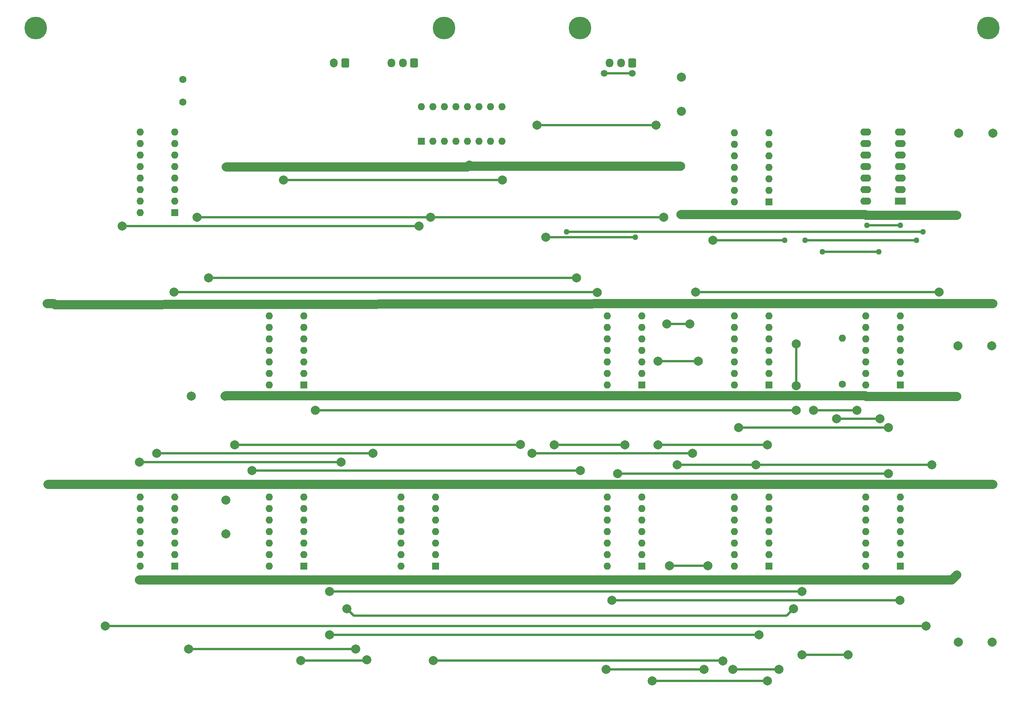
<source format=gbr>
%TF.GenerationSoftware,KiCad,Pcbnew,(6.0.4-0)*%
%TF.CreationDate,2024-04-14T15:40:16+10:00*%
%TF.ProjectId,PC and ADDER 74LS74 MOD,50432061-6e64-4204-9144-444552203734,rev?*%
%TF.SameCoordinates,Original*%
%TF.FileFunction,Copper,L1,Top*%
%TF.FilePolarity,Positive*%
%FSLAX46Y46*%
G04 Gerber Fmt 4.6, Leading zero omitted, Abs format (unit mm)*
G04 Created by KiCad (PCBNEW (6.0.4-0)) date 2024-04-14 15:40:16*
%MOMM*%
%LPD*%
G01*
G04 APERTURE LIST*
G04 Aperture macros list*
%AMRoundRect*
0 Rectangle with rounded corners*
0 $1 Rounding radius*
0 $2 $3 $4 $5 $6 $7 $8 $9 X,Y pos of 4 corners*
0 Add a 4 corners polygon primitive as box body*
4,1,4,$2,$3,$4,$5,$6,$7,$8,$9,$2,$3,0*
0 Add four circle primitives for the rounded corners*
1,1,$1+$1,$2,$3*
1,1,$1+$1,$4,$5*
1,1,$1+$1,$6,$7*
1,1,$1+$1,$8,$9*
0 Add four rect primitives between the rounded corners*
20,1,$1+$1,$2,$3,$4,$5,0*
20,1,$1+$1,$4,$5,$6,$7,0*
20,1,$1+$1,$6,$7,$8,$9,0*
20,1,$1+$1,$8,$9,$2,$3,0*%
G04 Aperture macros list end*
%TA.AperFunction,ComponentPad*%
%ADD10R,1.600000X1.600000*%
%TD*%
%TA.AperFunction,ComponentPad*%
%ADD11O,1.600000X1.600000*%
%TD*%
%TA.AperFunction,ComponentPad*%
%ADD12C,1.600000*%
%TD*%
%TA.AperFunction,ComponentPad*%
%ADD13C,5.000000*%
%TD*%
%TA.AperFunction,ComponentPad*%
%ADD14RoundRect,0.250000X0.600000X0.725000X-0.600000X0.725000X-0.600000X-0.725000X0.600000X-0.725000X0*%
%TD*%
%TA.AperFunction,ComponentPad*%
%ADD15O,1.700000X1.950000*%
%TD*%
%TA.AperFunction,ComponentPad*%
%ADD16C,2.000000*%
%TD*%
%TA.AperFunction,ComponentPad*%
%ADD17RoundRect,0.250000X0.600000X0.750000X-0.600000X0.750000X-0.600000X-0.750000X0.600000X-0.750000X0*%
%TD*%
%TA.AperFunction,ComponentPad*%
%ADD18O,1.700000X2.000000*%
%TD*%
%TA.AperFunction,ComponentPad*%
%ADD19R,2.400000X1.600000*%
%TD*%
%TA.AperFunction,ComponentPad*%
%ADD20O,2.400000X1.600000*%
%TD*%
%TA.AperFunction,ViaPad*%
%ADD21C,2.000000*%
%TD*%
%TA.AperFunction,ViaPad*%
%ADD22C,1.270000*%
%TD*%
%TA.AperFunction,ViaPad*%
%ADD23C,1.500000*%
%TD*%
%TA.AperFunction,Conductor*%
%ADD24C,2.000000*%
%TD*%
%TA.AperFunction,Conductor*%
%ADD25C,0.500000*%
%TD*%
G04 APERTURE END LIST*
D10*
%TO.P,U5,1*%
%TO.N,Net-(U10-Pad6)*%
X99120000Y-101740000D03*
D11*
%TO.P,U5,2*%
%TO.N,Net-(U10-Pad11)*%
X99120000Y-99200000D03*
%TO.P,U5,3*%
%TO.N,~{IOT.SKP}*%
X99120000Y-96660000D03*
%TO.P,U5,4*%
%TO.N,Net-(U11-Pad3)*%
X99120000Y-94120000D03*
%TO.P,U5,5*%
%TO.N,Net-(U11-Pad6)*%
X99120000Y-91580000D03*
%TO.P,U5,6*%
%TO.N,Net-(U10-Pad4)*%
X99120000Y-89040000D03*
%TO.P,U5,7,GND*%
%TO.N,GND*%
X99120000Y-86500000D03*
%TO.P,U5,8*%
%TO.N,Net-(U10-Pad9)*%
X91500000Y-86500000D03*
%TO.P,U5,9*%
%TO.N,~{IAC}*%
X91500000Y-89040000D03*
%TO.P,U5,10*%
%TO.N,~{ISZ}*%
X91500000Y-91580000D03*
%TO.P,U5,11*%
%TO.N,~{F+D+E}*%
X91500000Y-94120000D03*
%TO.P,U5,12*%
%TO.N,SET_CARRY_FLAG*%
X91500000Y-96660000D03*
%TO.P,U5,13*%
%TO.N,Net-(U10-Pad8)*%
X91500000Y-99200000D03*
%TO.P,U5,14,VCC*%
%TO.N,+5V*%
X91500000Y-101740000D03*
%TD*%
D10*
%TO.P,U6,1*%
%TO.N,~{T2-9.ISZ}*%
X173620000Y-101740000D03*
D11*
%TO.P,U6,2*%
%TO.N,Net-(U12-Pad4)*%
X173620000Y-99200000D03*
%TO.P,U6,3*%
%TO.N,Net-(U6-Pad3)*%
X173620000Y-96660000D03*
%TO.P,U6,4*%
%TO.N,~{T14-21.SKP}*%
X173620000Y-94120000D03*
%TO.P,U6,5*%
%TO.N,~{T14-21(JMP+JMS})*%
X173620000Y-91580000D03*
%TO.P,U6,6*%
%TO.N,Net-(U12-Pad5)*%
X173620000Y-89040000D03*
%TO.P,U6,7,GND*%
%TO.N,GND*%
X173620000Y-86500000D03*
%TO.P,U6,8*%
%TO.N,~{T2-9.JMS}*%
X166000000Y-86500000D03*
%TO.P,U6,9*%
%TO.N,T2-9*%
X166000000Y-89040000D03*
%TO.P,U6,10*%
%TO.N,Net-(U6-Pad10)*%
X166000000Y-91580000D03*
%TO.P,U6,11*%
%TO.N,~{T2-9.TAD}*%
X166000000Y-94120000D03*
%TO.P,U6,12*%
%TO.N,T2-9*%
X166000000Y-96660000D03*
%TO.P,U6,13*%
%TO.N,Net-(U6-Pad13)*%
X166000000Y-99200000D03*
%TO.P,U6,14,VCC*%
%TO.N,+5V*%
X166000000Y-101740000D03*
%TD*%
D10*
%TO.P,U9,1*%
%TO.N,~{SMA}*%
X70620000Y-141740000D03*
D11*
%TO.P,U9,2*%
%TO.N,Net-(U11-Pad1)*%
X70620000Y-139200000D03*
%TO.P,U9,3*%
%TO.N,~{SZA}*%
X70620000Y-136660000D03*
%TO.P,U9,4*%
%TO.N,Net-(U11-Pad5)*%
X70620000Y-134120000D03*
%TO.P,U9,5*%
%TO.N,~{TAD}*%
X70620000Y-131580000D03*
%TO.P,U9,6*%
%TO.N,Net-(U6-Pad13)*%
X70620000Y-129040000D03*
%TO.P,U9,7,GND*%
%TO.N,GND*%
X70620000Y-126500000D03*
%TO.P,U9,8*%
%TO.N,Net-(U10-Pad2)*%
X63000000Y-126500000D03*
%TO.P,U9,9*%
%TO.N,~{RAR}*%
X63000000Y-129040000D03*
%TO.P,U9,10*%
%TO.N,Net-(U6-Pad10)*%
X63000000Y-131580000D03*
%TO.P,U9,11*%
%TO.N,~{JMS}*%
X63000000Y-134120000D03*
%TO.P,U9,12*%
%TO.N,Net-(U11-Pad10)*%
X63000000Y-136660000D03*
%TO.P,U9,13*%
%TO.N,~{ISZ}*%
X63000000Y-139200000D03*
%TO.P,U9,14,VCC*%
%TO.N,+5V*%
X63000000Y-141740000D03*
%TD*%
D10*
%TO.P,U10,1*%
%TO.N,T13*%
X99120000Y-141740000D03*
D11*
%TO.P,U10,2*%
%TO.N,Net-(U10-Pad2)*%
X99120000Y-139200000D03*
%TO.P,U10,3*%
%TO.N,~{T13.RAR}*%
X99120000Y-136660000D03*
%TO.P,U10,4*%
%TO.N,Net-(U10-Pad4)*%
X99120000Y-134120000D03*
%TO.P,U10,5*%
%TO.N,T13*%
X99120000Y-131580000D03*
%TO.P,U10,6*%
%TO.N,Net-(U10-Pad6)*%
X99120000Y-129040000D03*
%TO.P,U10,7,GND*%
%TO.N,GND*%
X99120000Y-126500000D03*
%TO.P,U10,8*%
%TO.N,Net-(U10-Pad8)*%
X91500000Y-126500000D03*
%TO.P,U10,9*%
%TO.N,Net-(U10-Pad9)*%
X91500000Y-129040000D03*
%TO.P,U10,10*%
%TO.N,T1*%
X91500000Y-131580000D03*
%TO.P,U10,11*%
%TO.N,Net-(U10-Pad11)*%
X91500000Y-134120000D03*
%TO.P,U10,12*%
%TO.N,T13*%
X91500000Y-136660000D03*
%TO.P,U10,13*%
%TO.N,Net-(U10-Pad13)*%
X91500000Y-139200000D03*
%TO.P,U10,14,VCC*%
%TO.N,+5V*%
X91500000Y-141740000D03*
%TD*%
D10*
%TO.P,U11,1*%
%TO.N,Net-(U11-Pad1)*%
X128120000Y-141740000D03*
D11*
%TO.P,U11,2*%
%TO.N,AC=-VE*%
X128120000Y-139200000D03*
%TO.P,U11,3*%
%TO.N,Net-(U11-Pad3)*%
X128120000Y-136660000D03*
%TO.P,U11,4*%
%TO.N,AC=0*%
X128120000Y-134120000D03*
%TO.P,U11,5*%
%TO.N,Net-(U11-Pad5)*%
X128120000Y-131580000D03*
%TO.P,U11,6*%
%TO.N,Net-(U11-Pad6)*%
X128120000Y-129040000D03*
%TO.P,U11,7,GND*%
%TO.N,GND*%
X128120000Y-126500000D03*
%TO.P,U11,8*%
%TO.N,Net-(U11-Pad12)*%
X120500000Y-126500000D03*
%TO.P,U11,9*%
%TO.N,MB=0*%
X120500000Y-129040000D03*
%TO.P,U11,10*%
%TO.N,Net-(U11-Pad10)*%
X120500000Y-131580000D03*
%TO.P,U11,11*%
%TO.N,Net-(U10-Pad13)*%
X120500000Y-134120000D03*
%TO.P,U11,12*%
%TO.N,Net-(U11-Pad12)*%
X120500000Y-136660000D03*
%TO.P,U11,13*%
%TO.N,~{JMS}*%
X120500000Y-139200000D03*
%TO.P,U11,14,VCC*%
%TO.N,+5V*%
X120500000Y-141740000D03*
%TD*%
D10*
%TO.P,U12,1*%
%TO.N,~{T2-9.ISZ}*%
X173620000Y-141740000D03*
D11*
%TO.P,U12,2*%
%TO.N,T2-9.ISZ*%
X173620000Y-139200000D03*
%TO.P,U12,3*%
%TO.N,X1*%
X173620000Y-136660000D03*
%TO.P,U12,4*%
%TO.N,Net-(U12-Pad4)*%
X173620000Y-134120000D03*
%TO.P,U12,5*%
%TO.N,Net-(U12-Pad5)*%
X173620000Y-131580000D03*
%TO.P,U12,6*%
%TO.N,Net-(U12-Pad6)*%
X173620000Y-129040000D03*
%TO.P,U12,7,GND*%
%TO.N,GND*%
X173620000Y-126500000D03*
%TO.P,U12,8*%
%TO.N,/~{SET_CARRY_FLAG}*%
X166000000Y-126500000D03*
%TO.P,U12,9*%
%TO.N,SET_CARRY_FLAG*%
X166000000Y-129040000D03*
%TO.P,U12,10*%
%TO.N,unconnected-(U12-Pad10)*%
X166000000Y-131580000D03*
%TO.P,U12,11*%
%TO.N,~{T14-21(JMP+JMS})*%
X166000000Y-134120000D03*
%TO.P,U12,12*%
%TO.N,Net-(U12-Pad12)*%
X166000000Y-136660000D03*
%TO.P,U12,13*%
%TO.N,~{T14-21.SKP}*%
X166000000Y-139200000D03*
%TO.P,U12,14,VCC*%
%TO.N,+5V*%
X166000000Y-141740000D03*
%TD*%
D10*
%TO.P,U13,1*%
%TO.N,~{T2-9(F+D+E})*%
X201620000Y-141740000D03*
D11*
%TO.P,U13,2*%
%TO.N,~{T2-9(TAD+IAC+CMA})*%
X201620000Y-139200000D03*
%TO.P,U13,3*%
%TO.N,N/C*%
X201620000Y-136660000D03*
%TO.P,U13,4*%
%TO.N,~{T13.RAR}*%
X201620000Y-134120000D03*
%TO.P,U13,5*%
%TO.N,Net-(U12-Pad6)*%
X201620000Y-131580000D03*
%TO.P,U13,6*%
%TO.N,X1*%
X201620000Y-129040000D03*
%TO.P,U13,7,GND*%
%TO.N,GND*%
X201620000Y-126500000D03*
%TO.P,U13,8*%
%TO.N,Net-(U13-Pad8)*%
X194000000Y-126500000D03*
%TO.P,U13,9*%
%TO.N,~{T13.RAR}*%
X194000000Y-129040000D03*
%TO.P,U13,10*%
%TO.N,~{T14-21.SKP}*%
X194000000Y-131580000D03*
%TO.P,U13,11*%
%TO.N,N/C*%
X194000000Y-134120000D03*
%TO.P,U13,12*%
%TO.N,~{T2-9.ISZ}*%
X194000000Y-136660000D03*
%TO.P,U13,13*%
%TO.N,~{T2-9(TAD+IAC+CMA})*%
X194000000Y-139200000D03*
%TO.P,U13,14,VCC*%
%TO.N,+5V*%
X194000000Y-141740000D03*
%TD*%
D10*
%TO.P,U14,1*%
%TO.N,A-BUS*%
X230620000Y-141740000D03*
D11*
%TO.P,U14,2*%
%TO.N,X1*%
X230620000Y-139200000D03*
%TO.P,U14,3*%
%TO.N,SUM*%
X230620000Y-136660000D03*
%TO.P,U14,4*%
%TO.N,C-BUS*%
X230620000Y-134120000D03*
%TO.P,U14,5*%
%TO.N,T2-9.ISZ*%
X230620000Y-131580000D03*
%TO.P,U14,6*%
%TO.N,SUM*%
X230620000Y-129040000D03*
%TO.P,U14,7,GND*%
%TO.N,GND*%
X230620000Y-126500000D03*
%TO.P,U14,8*%
%TO.N,Net-(U14-Pad8)*%
X223000000Y-126500000D03*
%TO.P,U14,9*%
%TO.N,PC0*%
X223000000Y-129040000D03*
%TO.P,U14,10*%
%TO.N,C-BUS*%
X223000000Y-131580000D03*
%TO.P,U14,11*%
%TO.N,PC0*%
X223000000Y-134120000D03*
%TO.P,U14,12*%
%TO.N,Net-(U12-Pad12)*%
X223000000Y-136660000D03*
%TO.P,U14,13*%
%TO.N,B-BUS*%
X223000000Y-139200000D03*
%TO.P,U14,14,VCC*%
%TO.N,+5V*%
X223000000Y-141740000D03*
%TD*%
D10*
%TO.P,U1,1,CLK*%
%TO.N,CLK*%
X70620000Y-63780000D03*
D11*
%TO.P,U1,2,A*%
%TO.N,SR4*%
X70620000Y-61240000D03*
%TO.P,U1,3,B*%
%TO.N,SR3*%
X70620000Y-58700000D03*
%TO.P,U1,4,C*%
%TO.N,SR2*%
X70620000Y-56160000D03*
%TO.P,U1,5,VCC*%
%TO.N,+5V*%
X70620000Y-53620000D03*
%TO.P,U1,6,D*%
%TO.N,SR1*%
X70620000Y-51080000D03*
%TO.P,U1,7,E*%
%TO.N,SR0*%
X70620000Y-48540000D03*
%TO.P,U1,8,PRE*%
%TO.N,LA2*%
X70620000Y-46000000D03*
%TO.P,U1,9,SER*%
%TO.N,PC5*%
X63000000Y-46000000D03*
%TO.P,U1,10,QE*%
%TO.N,PC0*%
X63000000Y-48540000D03*
%TO.P,U1,11,QD*%
%TO.N,PC1*%
X63000000Y-51080000D03*
%TO.P,U1,12,GND*%
%TO.N,GND*%
X63000000Y-53620000D03*
%TO.P,U1,13,QC*%
%TO.N,PC2*%
X63000000Y-56160000D03*
%TO.P,U1,14,QB*%
%TO.N,PC3*%
X63000000Y-58700000D03*
%TO.P,U1,15,QA*%
%TO.N,PC4*%
X63000000Y-61240000D03*
%TO.P,U1,16,~{CLR}*%
%TO.N,~{LA1}*%
X63000000Y-63780000D03*
%TD*%
D10*
%TO.P,U2,1,CLK*%
%TO.N,CLK*%
X125000000Y-48000000D03*
D11*
%TO.P,U2,2,A*%
%TO.N,SR7*%
X127540000Y-48000000D03*
%TO.P,U2,3,B*%
%TO.N,SR6*%
X130080000Y-48000000D03*
%TO.P,U2,4,C*%
%TO.N,SR5*%
X132620000Y-48000000D03*
%TO.P,U2,5,VCC*%
%TO.N,+5V*%
X135160000Y-48000000D03*
%TO.P,U2,6,D*%
%TO.N,GND*%
X137700000Y-48000000D03*
%TO.P,U2,7,E*%
X140240000Y-48000000D03*
%TO.P,U2,8,PRE*%
%TO.N,LA2*%
X142780000Y-48000000D03*
%TO.P,U2,9,SER*%
%TO.N,/~{A-BUS}*%
X142780000Y-40380000D03*
%TO.P,U2,10,QE*%
%TO.N,unconnected-(U2-Pad10)*%
X140240000Y-40380000D03*
%TO.P,U2,11,QD*%
%TO.N,unconnected-(U2-Pad11)*%
X137700000Y-40380000D03*
%TO.P,U2,12,GND*%
%TO.N,GND*%
X135160000Y-40380000D03*
%TO.P,U2,13,QC*%
%TO.N,PC5*%
X132620000Y-40380000D03*
%TO.P,U2,14,QB*%
%TO.N,PC6*%
X130080000Y-40380000D03*
%TO.P,U2,15,QA*%
%TO.N,PC7*%
X127540000Y-40380000D03*
%TO.P,U2,16,~{CLR}*%
%TO.N,~{LA1}*%
X125000000Y-40380000D03*
%TD*%
D10*
%TO.P,U7,1*%
%TO.N,Net-(U6-Pad3)*%
X201620000Y-101740000D03*
D11*
%TO.P,U7,2*%
%TO.N,MCP*%
X201620000Y-99200000D03*
%TO.P,U7,3*%
%TO.N,Net-(U7-Pad3)*%
X201620000Y-96660000D03*
%TO.P,U7,4*%
%TO.N,MCP*%
X201620000Y-94120000D03*
%TO.P,U7,5*%
%TO.N,Net-(U3-Pad8)*%
X201620000Y-91580000D03*
%TO.P,U7,6*%
%TO.N,CLK*%
X201620000Y-89040000D03*
%TO.P,U7,7,GND*%
%TO.N,GND*%
X201620000Y-86500000D03*
%TO.P,U7,8*%
%TO.N,N/C*%
X194000000Y-86500000D03*
%TO.P,U7,9*%
X194000000Y-89040000D03*
%TO.P,U7,10*%
X194000000Y-91580000D03*
%TO.P,U7,11*%
%TO.N,/~{A-BUS}*%
X194000000Y-94120000D03*
%TO.P,U7,12*%
%TO.N,A-BUS*%
X194000000Y-96660000D03*
%TO.P,U7,13*%
X194000000Y-99200000D03*
%TO.P,U7,14,VCC*%
%TO.N,+5V*%
X194000000Y-101740000D03*
%TD*%
D12*
%TO.P,R2,1*%
%TO.N,+5V*%
X217805000Y-101600000D03*
D11*
%TO.P,R2,2*%
%TO.N,Net-(R2-Pad2)*%
X217805000Y-91440000D03*
%TD*%
D10*
%TO.P,U8,1,\u002AB*%
%TO.N,unconnected-(U8-Pad1)*%
X230620000Y-101740000D03*
D11*
%TO.P,U8,2,BC*%
%TO.N,Net-(U3-Pad6)*%
X230620000Y-99200000D03*
%TO.P,U8,3,CN*%
%TO.N,Net-(U8-Pad3)*%
X230620000Y-96660000D03*
%TO.P,U8,4,~{C}N+1*%
%TO.N,Net-(U8-Pad4)*%
X230620000Y-94120000D03*
%TO.P,U8,5,~{SUM}*%
%TO.N,unconnected-(U8-Pad5)*%
X230620000Y-91580000D03*
%TO.P,U8,6,SUM*%
%TO.N,SUM*%
X230620000Y-89040000D03*
%TO.P,U8,7,GND*%
%TO.N,GND*%
X230620000Y-86500000D03*
%TO.P,U8,8,A1*%
%TO.N,B-BUS*%
X223000000Y-86500000D03*
%TO.P,U8,9,A2*%
%TO.N,Net-(R2-Pad2)*%
X223000000Y-89040000D03*
%TO.P,U8,10,\u002AA*%
%TO.N,unconnected-(U8-Pad10)*%
X223000000Y-91580000D03*
%TO.P,U8,11,AC*%
%TO.N,Net-(U13-Pad8)*%
X223000000Y-94120000D03*
%TO.P,U8,12,B1*%
%TO.N,Net-(R2-Pad2)*%
X223000000Y-96660000D03*
%TO.P,U8,13,B2*%
%TO.N,C-BUS*%
X223000000Y-99200000D03*
%TO.P,U8,14,VCC*%
%TO.N,+5V*%
X223000000Y-101740000D03*
%TD*%
D12*
%TO.P,C5,1*%
%TO.N,+5V*%
X72390000Y-39370000D03*
%TO.P,C5,2*%
%TO.N,GND*%
X72390000Y-34370000D03*
%TD*%
D10*
%TO.P,U3,1*%
%TO.N,~{T2-9.JMS}*%
X201620000Y-61340000D03*
D11*
%TO.P,U3,2*%
%TO.N,~{T2-9(F+D+E})*%
X201620000Y-58800000D03*
%TO.P,U3,3*%
%TO.N,~{T2-9.TAD}*%
X201620000Y-56260000D03*
%TO.P,U3,4*%
%TO.N,~{T2-9(F+D+E})*%
X201620000Y-53720000D03*
%TO.P,U3,5*%
%TO.N,~{T14-21(JMP+JMS})*%
X201620000Y-51180000D03*
%TO.P,U3,6*%
%TO.N,Net-(U3-Pad6)*%
X201620000Y-48640000D03*
%TO.P,U3,7,GND*%
%TO.N,GND*%
X201620000Y-46100000D03*
%TO.P,U3,8*%
%TO.N,Net-(U3-Pad8)*%
X194000000Y-46100000D03*
%TO.P,U3,9*%
%TO.N,~{T2-9.JMS}*%
X194000000Y-48640000D03*
%TO.P,U3,10*%
%TO.N,Net-(U12-Pad6)*%
X194000000Y-51180000D03*
%TO.P,U3,11*%
%TO.N,~{T2-9(F+D+E})*%
X194000000Y-53720000D03*
%TO.P,U3,12*%
%TO.N,Net-(U14-Pad8)*%
X194000000Y-56260000D03*
%TO.P,U3,13*%
%TO.N,~{T2-9.JMS}*%
X194000000Y-58800000D03*
%TO.P,U3,14,VCC*%
%TO.N,+5V*%
X194000000Y-61340000D03*
%TD*%
D13*
%TO.P,H1,1,GND*%
%TO.N,GND*%
X40000000Y-23000000D03*
X130000000Y-23000000D03*
%TD*%
%TO.P,H2,1,GND*%
%TO.N,GND*%
X160000000Y-23000000D03*
X250000000Y-23000000D03*
%TD*%
D14*
%TO.P,J3,1,Pin_1*%
%TO.N,PC5*%
X123400000Y-30700000D03*
D15*
%TO.P,J3,2,Pin_2*%
%TO.N,PC6*%
X120900000Y-30700000D03*
%TO.P,J3,3,Pin_3*%
%TO.N,~{PC7}*%
X118400000Y-30700000D03*
%TD*%
D16*
%TO.P,C1,1*%
%TO.N,+5V*%
X81900000Y-134650000D03*
%TO.P,C1,2*%
%TO.N,GND*%
X81900000Y-127150000D03*
%TD*%
%TO.P,C3,1*%
%TO.N,+5V*%
X81750000Y-104200000D03*
%TO.P,C3,2*%
%TO.N,GND*%
X74250000Y-104200000D03*
%TD*%
%TO.P,C5,1*%
%TO.N,+5V*%
X243250000Y-93100000D03*
%TO.P,C5,2*%
%TO.N,GND*%
X250750000Y-93100000D03*
%TD*%
%TO.P,C4,1*%
%TO.N,+5V*%
X182300000Y-41350000D03*
%TO.P,C4,2*%
%TO.N,GND*%
X182300000Y-33850000D03*
%TD*%
D17*
%TO.P,J4,1,Pin_1*%
%TO.N,~{PC7}*%
X108200000Y-30700000D03*
D18*
%TO.P,J4,2,Pin_2*%
%TO.N,PC7*%
X105700000Y-30700000D03*
%TD*%
D16*
%TO.P,C2,1*%
%TO.N,+5V*%
X243450000Y-46200000D03*
%TO.P,C2,2*%
%TO.N,GND*%
X250950000Y-46200000D03*
%TD*%
%TO.P,C6,1*%
%TO.N,+5V*%
X243350000Y-158500000D03*
%TO.P,C6,2*%
%TO.N,GND*%
X250850000Y-158500000D03*
%TD*%
D14*
%TO.P,J2,1,Pin_1*%
%TO.N,SR5*%
X171500000Y-30750000D03*
D15*
%TO.P,J2,2,Pin_2*%
%TO.N,SR6*%
X169000000Y-30750000D03*
%TO.P,J2,3,Pin_3*%
%TO.N,SR7*%
X166500000Y-30750000D03*
%TD*%
D19*
%TO.P,U4,1,~{R}*%
%TO.N,~{T0+T12}*%
X230625000Y-61225000D03*
D20*
%TO.P,U4,2,D*%
%TO.N,Net-(U8-Pad4)*%
X230625000Y-58685000D03*
%TO.P,U4,3,C*%
%TO.N,Net-(U7-Pad3)*%
X230625000Y-56145000D03*
%TO.P,U4,4,~{S}*%
%TO.N,/~{SET_CARRY_FLAG}*%
X230625000Y-53605000D03*
%TO.P,U4,5,Q*%
%TO.N,unconnected-(U4-Pad5)*%
X230625000Y-51065000D03*
%TO.P,U4,6,~{Q}*%
%TO.N,Net-(U8-Pad3)*%
X230625000Y-48525000D03*
%TO.P,U4,7,GND*%
%TO.N,GND*%
X230625000Y-45985000D03*
%TO.P,U4,8,~{Q}*%
%TO.N,unconnected-(U4-Pad8)*%
X223005000Y-45985000D03*
%TO.P,U4,9,Q*%
%TO.N,unconnected-(U4-Pad9)*%
X223005000Y-48525000D03*
%TO.P,U4,10,~{S}*%
%TO.N,unconnected-(U4-Pad10)*%
X223005000Y-51065000D03*
%TO.P,U4,11,C*%
%TO.N,unconnected-(U4-Pad11)*%
X223005000Y-53605000D03*
%TO.P,U4,12,D*%
%TO.N,unconnected-(U4-Pad12)*%
X223005000Y-56145000D03*
%TO.P,U4,13,~{R}*%
%TO.N,unconnected-(U4-Pad13)*%
X223005000Y-58685000D03*
%TO.P,U4,14,VCC*%
%TO.N,+5V*%
X223005000Y-61225000D03*
%TD*%
D21*
%TO.N,GND*%
X201807800Y-123702800D03*
X99182200Y-123702800D03*
X70997800Y-123702800D03*
X42545000Y-83820000D03*
X230627200Y-123702800D03*
X173600000Y-83800000D03*
X173867800Y-123702800D03*
X76322200Y-123702800D03*
X42667200Y-123702800D03*
X230505000Y-83820000D03*
X128392200Y-123702800D03*
X250947200Y-123702800D03*
X250947200Y-83820000D03*
X201930000Y-83820000D03*
X99554427Y-83960573D03*
%TO.N,+5V*%
X222885000Y-104140000D03*
X182245000Y-64135000D03*
X165735000Y-144780000D03*
X243022400Y-64317600D03*
X81990000Y-53635000D03*
X135584000Y-53254000D03*
X182193000Y-53508000D03*
X91440000Y-144780000D03*
X91440000Y-104140000D03*
X194000000Y-104100000D03*
X243022400Y-143692600D03*
X222885000Y-144780000D03*
X222885000Y-64135000D03*
X193675000Y-64135000D03*
X62865000Y-144780000D03*
X120015000Y-144780000D03*
X193675000Y-144780000D03*
X165735000Y-104140000D03*
X243022400Y-104322600D03*
%TO.N,A-BUS*%
X185420000Y-81280000D03*
X239099990Y-81280000D03*
%TO.N,C-BUS*%
X226060000Y-109220000D03*
X216535000Y-109220000D03*
%TO.N,~{T13.RAR}*%
X208915000Y-147320000D03*
X104775000Y-147320000D03*
X208915000Y-161290000D03*
X219075000Y-161290000D03*
%TO.N,~{IOT.SKP}*%
X207645000Y-107315000D03*
X101600000Y-107315000D03*
%TO.N,T13*%
X108585000Y-151130000D03*
X207010000Y-151130000D03*
%TO.N,T2-9*%
X193675000Y-164465000D03*
X203835000Y-164465000D03*
%TO.N,T1*%
X199390000Y-156845000D03*
X104775000Y-156845000D03*
%TO.N,AC=0*%
X127635000Y-162560000D03*
X191500000Y-162600000D03*
%TO.N,~{LA1}*%
X124460000Y-66675000D03*
X59055000Y-66675000D03*
X187325000Y-164465000D03*
X165735000Y-164465000D03*
%TO.N,LA2*%
X149405001Y-116840000D03*
X94615000Y-56515000D03*
X184785000Y-116840000D03*
X142875000Y-56515000D03*
%TO.N,~{F+D+E}*%
X83820000Y-114935000D03*
X146864500Y-114900000D03*
%TO.N,~{T14-21.SKP}*%
X184150000Y-88265000D03*
D22*
X172200000Y-69200000D03*
D21*
X152400000Y-69199948D03*
X179070000Y-88265000D03*
%TO.N,~{T2-9(F+D+E})*%
X201295000Y-167005000D03*
X175895000Y-167005000D03*
X189230000Y-69850000D03*
D22*
X205105000Y-69850000D03*
D21*
%TO.N,MB=0*%
X98425000Y-162560000D03*
X113014948Y-162379990D03*
%TO.N,~{JMS}*%
X110490000Y-160020000D03*
X73660000Y-160020000D03*
%TO.N,PC0*%
X236220000Y-154940000D03*
X55320000Y-154940000D03*
D22*
%TO.N,Net-(U3-Pad6)*%
X213360000Y-72390000D03*
X225879990Y-72390000D03*
%TO.N,~{T0+T12}*%
X223200000Y-66500000D03*
X230600000Y-66500000D03*
D21*
%TO.N,~{T2-9.ISZ}*%
X179705000Y-141605000D03*
X188140010Y-141620052D03*
%TO.N,Net-(U6-Pad3)*%
X186055000Y-96520000D03*
X177165000Y-96520000D03*
%TO.N,Net-(U6-Pad10)*%
X163778000Y-81321000D03*
X70485000Y-81280000D03*
%TO.N,CLK*%
X178435000Y-64770000D03*
X75565000Y-64770000D03*
X127000000Y-64770000D03*
D22*
%TO.N,Net-(U7-Pad3)*%
X234100000Y-69800000D03*
X209550000Y-69850000D03*
D21*
%TO.N,Net-(U13-Pad8)*%
X227965000Y-111125000D03*
X194945000Y-111125000D03*
%TO.N,Net-(U10-Pad2)*%
X62865000Y-118745000D03*
X107315000Y-118745000D03*
%TO.N,Net-(U11-Pad10)*%
X66675000Y-116840000D03*
X114300000Y-116840000D03*
%TO.N,X1*%
X237490000Y-119380000D03*
X198780004Y-119380000D03*
X181429990Y-119395052D03*
%TO.N,T2-9.ISZ*%
X227965000Y-121285000D03*
X168275000Y-121285000D03*
D23*
%TO.N,SR5*%
X165300000Y-33000000D03*
X171500000Y-33000000D03*
D21*
%TO.N,/~{A-BUS}*%
X176710010Y-44465052D03*
X150495000Y-44450000D03*
%TO.N,~{T14-21(JMP+JMS})*%
X169874000Y-114976000D03*
X154305000Y-114935000D03*
%TO.N,Net-(U12-Pad6)*%
X207645000Y-101939990D03*
X201295000Y-114935000D03*
X177165000Y-114935000D03*
X207645000Y-92710000D03*
%TO.N,Net-(U14-Pad8)*%
X220980000Y-107315000D03*
X211455000Y-107315000D03*
%TO.N,Net-(U12-Pad12)*%
X230505000Y-149225000D03*
X167027500Y-149266000D03*
%TO.N,Net-(U6-Pad13)*%
X159205500Y-78100000D03*
X78105000Y-78105000D03*
D22*
%TO.N,/~{SET_CARRY_FLAG}*%
X157000000Y-68000000D03*
X235600000Y-68000000D03*
D21*
%TO.N,SET_CARRY_FLAG*%
X160020000Y-120650000D03*
X87630000Y-120650000D03*
%TD*%
D24*
%TO.N,GND*%
X128392200Y-123702800D02*
X172297200Y-123702800D01*
X173867800Y-123702800D02*
X250947200Y-123702800D01*
X201930000Y-83820000D02*
X186285309Y-83820000D01*
X43959213Y-83820000D02*
X42545000Y-83820000D01*
X44189522Y-84050309D02*
X43959213Y-83820000D01*
X172300000Y-123700000D02*
X173865000Y-123700000D01*
X173865000Y-123700000D02*
X173867800Y-123702800D01*
X186285309Y-83820000D02*
X44189522Y-84050309D01*
X250947200Y-83820000D02*
X230505000Y-83820000D01*
X76322200Y-123702800D02*
X128392200Y-123702800D01*
X172297200Y-123702800D02*
X172300000Y-123700000D01*
X230505000Y-83820000D02*
X201930000Y-83820000D01*
X42667200Y-123702800D02*
X76322200Y-123702800D01*
%TO.N,+5V*%
X165735000Y-104140000D02*
X91440000Y-104140000D01*
X241935000Y-144780000D02*
X222885000Y-144780000D01*
X165735000Y-104140000D02*
X193960000Y-104140000D01*
X120015000Y-144780000D02*
X91440000Y-144780000D01*
X223067600Y-104322600D02*
X222885000Y-104140000D01*
X222885000Y-104140000D02*
X194040000Y-104140000D01*
X165735000Y-144780000D02*
X120015000Y-144780000D01*
X135203000Y-53635000D02*
X135584000Y-53254000D01*
X135584000Y-53254000D02*
X135838000Y-53508000D01*
X91440000Y-144780000D02*
X62865000Y-144780000D01*
X135838000Y-53508000D02*
X182193000Y-53508000D01*
X222885000Y-144780000D02*
X193675000Y-144780000D01*
X81810000Y-104140000D02*
X81750000Y-104200000D01*
X243022400Y-104322600D02*
X223067600Y-104322600D01*
X194040000Y-104140000D02*
X194000000Y-104100000D01*
X222885000Y-64135000D02*
X182245000Y-64135000D01*
X243022400Y-143692600D02*
X241935000Y-144780000D01*
X81990000Y-53635000D02*
X135203000Y-53635000D01*
X243022400Y-64317600D02*
X223067600Y-64317600D01*
X91440000Y-104140000D02*
X81810000Y-104140000D01*
X193960000Y-104140000D02*
X194000000Y-104100000D01*
X193675000Y-144780000D02*
X165735000Y-144780000D01*
X223067600Y-64317600D02*
X222885000Y-64135000D01*
D25*
%TO.N,A-BUS*%
X185420000Y-81280000D02*
X239099990Y-81280000D01*
%TO.N,C-BUS*%
X226060000Y-109220000D02*
X216535000Y-109220000D01*
%TO.N,~{T13.RAR}*%
X208915000Y-161290000D02*
X219075000Y-161290000D01*
X208915000Y-147320000D02*
X104775000Y-147320000D01*
%TO.N,~{IOT.SKP}*%
X207645000Y-107315000D02*
X101600000Y-107315000D01*
%TO.N,T13*%
X110091788Y-152636788D02*
X108585000Y-151130000D01*
X207010000Y-151130000D02*
X205503212Y-152636788D01*
X205503212Y-152636788D02*
X110091788Y-152636788D01*
%TO.N,T2-9*%
X193675000Y-164465000D02*
X203835000Y-164465000D01*
%TO.N,T1*%
X104775000Y-156845000D02*
X199390000Y-156845000D01*
%TO.N,AC=0*%
X191135000Y-162560000D02*
X191175000Y-162600000D01*
X127635000Y-162560000D02*
X191135000Y-162560000D01*
X191175000Y-162600000D02*
X191500000Y-162600000D01*
%TO.N,~{LA1}*%
X59055000Y-66675000D02*
X124460000Y-66675000D01*
X165735000Y-164465000D02*
X187325000Y-164465000D01*
%TO.N,LA2*%
X184785000Y-116840000D02*
X149405001Y-116840000D01*
X142875000Y-56515000D02*
X94615000Y-56515000D01*
%TO.N,~{F+D+E}*%
X146829500Y-114935000D02*
X83820000Y-114935000D01*
X146864500Y-114900000D02*
X146829500Y-114935000D01*
%TO.N,~{T14-21.SKP}*%
X179070000Y-88265000D02*
X184150000Y-88265000D01*
X172199948Y-69199948D02*
X172200000Y-69200000D01*
X152400000Y-69199948D02*
X172199948Y-69199948D01*
%TO.N,~{T2-9(F+D+E})*%
X205105000Y-69850000D02*
X189230000Y-69850000D01*
X201295000Y-167005000D02*
X175895000Y-167005000D01*
%TO.N,MB=0*%
X98425000Y-162560000D02*
X112834938Y-162560000D01*
X112834938Y-162560000D02*
X113014948Y-162379990D01*
%TO.N,~{JMS}*%
X73660000Y-160020000D02*
X110490000Y-160020000D01*
%TO.N,PC0*%
X236220000Y-154940000D02*
X55320000Y-154940000D01*
%TO.N,Net-(U3-Pad6)*%
X213360000Y-72390000D02*
X225879990Y-72390000D01*
%TO.N,~{T0+T12}*%
X230600000Y-66500000D02*
X223200000Y-66500000D01*
X230600000Y-66500000D02*
X230400000Y-66300000D01*
%TO.N,~{T2-9.ISZ}*%
X188124958Y-141605000D02*
X188140010Y-141620052D01*
X179705000Y-141605000D02*
X188124958Y-141605000D01*
%TO.N,Net-(U6-Pad3)*%
X186055000Y-96520000D02*
X177165000Y-96520000D01*
%TO.N,Net-(U6-Pad10)*%
X163778000Y-81321000D02*
X163737000Y-81280000D01*
X163737000Y-81280000D02*
X70485000Y-81280000D01*
%TO.N,CLK*%
X127000000Y-64770000D02*
X178435000Y-64770000D01*
X75565000Y-64770000D02*
X127000000Y-64770000D01*
%TO.N,Net-(U7-Pad3)*%
X234050000Y-69850000D02*
X234100000Y-69800000D01*
X209550000Y-69850000D02*
X234050000Y-69850000D01*
%TO.N,Net-(U13-Pad8)*%
X227965000Y-111125000D02*
X194945000Y-111125000D01*
%TO.N,Net-(U10-Pad2)*%
X107315000Y-118745000D02*
X62865000Y-118745000D01*
%TO.N,Net-(U11-Pad10)*%
X66675000Y-116840000D02*
X114300000Y-116840000D01*
%TO.N,X1*%
X198780004Y-119380000D02*
X237490000Y-119380000D01*
X198764952Y-119395052D02*
X198780004Y-119380000D01*
X181429990Y-119395052D02*
X198764952Y-119395052D01*
%TO.N,T2-9.ISZ*%
X168275000Y-121285000D02*
X227965000Y-121285000D01*
%TO.N,SR5*%
X165300000Y-33000000D02*
X171500000Y-33000000D01*
%TO.N,/~{A-BUS}*%
X176694958Y-44450000D02*
X176710010Y-44465052D01*
X150495000Y-44450000D02*
X176694958Y-44450000D01*
%TO.N,~{T14-21(JMP+JMS})*%
X154305000Y-114935000D02*
X169833000Y-114935000D01*
X169833000Y-114935000D02*
X169874000Y-114976000D01*
%TO.N,Net-(U12-Pad6)*%
X177165000Y-114935000D02*
X201295000Y-114935000D01*
X207645000Y-92710000D02*
X207645000Y-101939990D01*
%TO.N,Net-(U14-Pad8)*%
X211455000Y-107315000D02*
X220980000Y-107315000D01*
%TO.N,Net-(U12-Pad12)*%
X230505000Y-149225000D02*
X167068500Y-149225000D01*
X167068500Y-149225000D02*
X167027500Y-149266000D01*
%TO.N,Net-(U6-Pad13)*%
X159205500Y-78100000D02*
X159200500Y-78105000D01*
X159200500Y-78105000D02*
X78105000Y-78105000D01*
%TO.N,/~{SET_CARRY_FLAG}*%
X157000000Y-68000000D02*
X235600000Y-68000000D01*
%TO.N,SET_CARRY_FLAG*%
X160020000Y-120650000D02*
X87630000Y-120650000D01*
%TD*%
M02*

</source>
